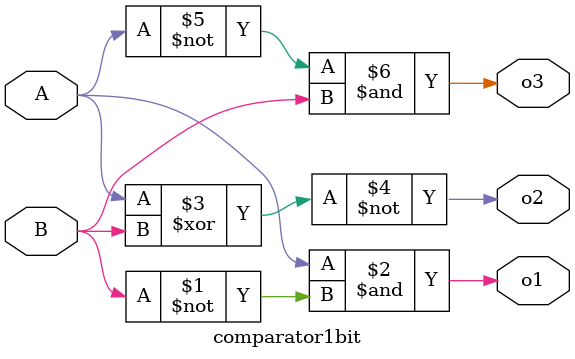
<source format=v>


module comparator1bit(
    input  A,
    input  B,
    output o1,  // A > B
    output o2,  // A == B
    output o3   // A < B
);
    assign o1 = A & ~B;
    assign o2 = ~(A ^ B);
    assign o3 = ~A & B;
endmodule
</source>
